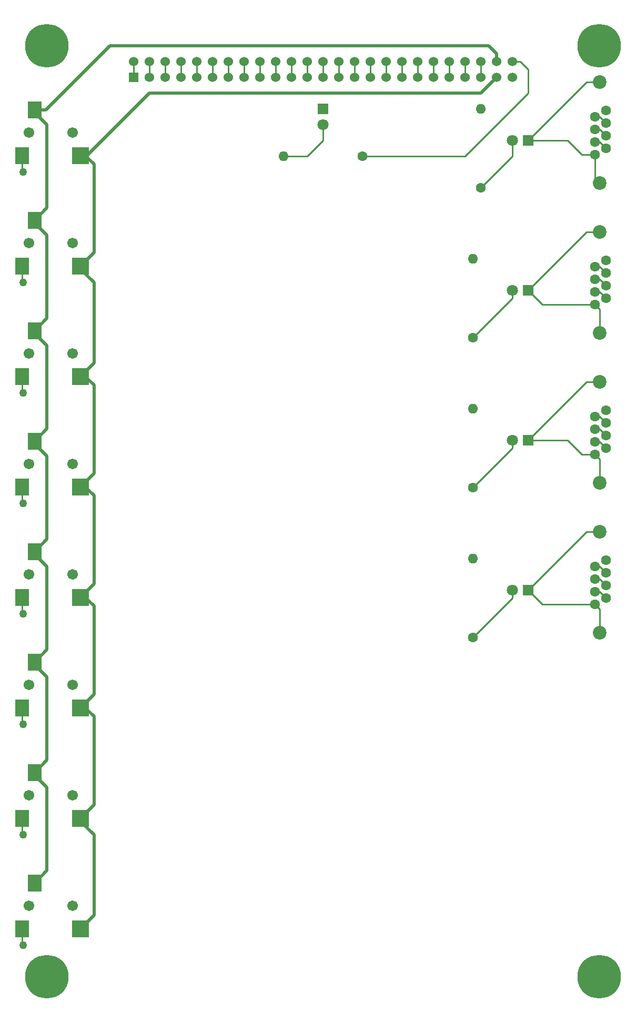
<source format=gtl>
G04 #@! TF.FileFunction,Copper,L1,Top,Mixed*
%FSLAX46Y46*%
G04 Gerber Fmt 4.6, Leading zero omitted, Abs format (unit mm)*
G04 Created by KiCad (PCBNEW 4.0.7) date 06/12/18 17:03:06*
%MOMM*%
%LPD*%
G01*
G04 APERTURE LIST*
%ADD10C,0.150000*%
%ADD11C,2.200000*%
%ADD12C,1.600000*%
%ADD13R,1.524000X1.524000*%
%ADD14C,1.524000*%
%ADD15C,7.000000*%
%ADD16R,2.209800X2.794000*%
%ADD17R,2.794000X2.794000*%
%ADD18C,1.701800*%
%ADD19R,1.800000X1.800000*%
%ADD20C,1.800000*%
%ADD21O,1.600000X1.600000*%
%ADD22C,1.270000*%
%ADD23C,0.254000*%
%ADD24C,0.508000*%
G04 APERTURE END LIST*
D10*
D11*
X120780000Y-126240000D03*
X120780000Y-109980000D03*
D12*
X121800000Y-118610000D03*
X121800000Y-116580000D03*
X120020000Y-119640000D03*
X120020000Y-117610000D03*
X120020000Y-121670000D03*
X121800000Y-120640000D03*
X120020000Y-115580000D03*
X121800000Y-114550000D03*
D11*
X120780000Y-102110000D03*
X120780000Y-85850000D03*
D12*
X121800000Y-94480000D03*
X121800000Y-92450000D03*
X120020000Y-95510000D03*
X120020000Y-93480000D03*
X120020000Y-97540000D03*
X121800000Y-96510000D03*
X120020000Y-91450000D03*
X121800000Y-90420000D03*
D11*
X120780000Y-77980000D03*
X120780000Y-61720000D03*
D12*
X121800000Y-70350000D03*
X121800000Y-68320000D03*
X120020000Y-71380000D03*
X120020000Y-69350000D03*
X120020000Y-73410000D03*
X121800000Y-72380000D03*
X120020000Y-67320000D03*
X121800000Y-66290000D03*
D11*
X120780000Y-53850000D03*
X120780000Y-37590000D03*
D12*
X121800000Y-46220000D03*
X121800000Y-44190000D03*
X120020000Y-47250000D03*
X120020000Y-45220000D03*
X120020000Y-49280000D03*
X121800000Y-48250000D03*
X120020000Y-43190000D03*
X121800000Y-42160000D03*
D13*
X45720000Y-36830000D03*
D14*
X45720000Y-34290000D03*
X48260000Y-36830000D03*
X48260000Y-34290000D03*
X50800000Y-36830000D03*
X50800000Y-34290000D03*
X53340000Y-36830000D03*
X53340000Y-34290000D03*
X55880000Y-36830000D03*
X55880000Y-34290000D03*
X58420000Y-36830000D03*
X58420000Y-34290000D03*
X60960000Y-36830000D03*
X60960000Y-34290000D03*
X63500000Y-36830000D03*
X63500000Y-34290000D03*
X66040000Y-36830000D03*
X66040000Y-34290000D03*
X68580000Y-36830000D03*
X68580000Y-34290000D03*
X71120000Y-36830000D03*
X71120000Y-34290000D03*
X73660000Y-36830000D03*
X73660000Y-34290000D03*
X76200000Y-36830000D03*
X76200000Y-34290000D03*
X78740000Y-36830000D03*
X78740000Y-34290000D03*
X81280000Y-36830000D03*
X81280000Y-34290000D03*
X83820000Y-36830000D03*
X83820000Y-34290000D03*
X86360000Y-36830000D03*
X86360000Y-34290000D03*
X88900000Y-36830000D03*
X88900000Y-34290000D03*
X91440000Y-36830000D03*
X91440000Y-34290000D03*
X93980000Y-36830000D03*
X93980000Y-34290000D03*
X96520000Y-36830000D03*
X96520000Y-34290000D03*
X99060000Y-36830000D03*
X99060000Y-34290000D03*
X101600000Y-36830000D03*
X101600000Y-34290000D03*
X104140000Y-36830000D03*
X104140000Y-34290000D03*
X106680000Y-36830000D03*
X106680000Y-34290000D03*
D15*
X120650000Y-181610000D03*
X31750000Y-181610000D03*
X120650000Y-31750000D03*
X31750000Y-31750000D03*
D16*
X29794200Y-166471600D03*
D17*
X37185600Y-173888400D03*
D16*
X27787600Y-173888400D03*
D18*
X35915600Y-170180000D03*
X28905200Y-170180000D03*
D16*
X29794200Y-148691600D03*
D17*
X37185600Y-156108400D03*
D16*
X27787600Y-156108400D03*
D18*
X35915600Y-152400000D03*
X28905200Y-152400000D03*
D16*
X29794200Y-130911600D03*
D17*
X37185600Y-138328400D03*
D16*
X27787600Y-138328400D03*
D18*
X35915600Y-134620000D03*
X28905200Y-134620000D03*
D16*
X29794200Y-113131600D03*
D17*
X37185600Y-120548400D03*
D16*
X27787600Y-120548400D03*
D18*
X35915600Y-116840000D03*
X28905200Y-116840000D03*
D16*
X29794200Y-95351600D03*
D17*
X37185600Y-102768400D03*
D16*
X27787600Y-102768400D03*
D18*
X35915600Y-99060000D03*
X28905200Y-99060000D03*
D16*
X29794200Y-77571600D03*
D17*
X37185600Y-84988400D03*
D16*
X27787600Y-84988400D03*
D18*
X35915600Y-81280000D03*
X28905200Y-81280000D03*
D16*
X29794200Y-59791600D03*
D17*
X37185600Y-67208400D03*
D16*
X27787600Y-67208400D03*
D18*
X35915600Y-63500000D03*
X28905200Y-63500000D03*
D16*
X29794200Y-42011600D03*
D17*
X37185600Y-49428400D03*
D16*
X27787600Y-49428400D03*
D18*
X35915600Y-45720000D03*
X28905200Y-45720000D03*
D19*
X109220000Y-46990000D03*
D20*
X106680000Y-46990000D03*
D19*
X109220000Y-95250000D03*
D20*
X106680000Y-95250000D03*
D19*
X76200000Y-41910000D03*
D20*
X76200000Y-44450000D03*
D19*
X109220000Y-71120000D03*
D20*
X106680000Y-71120000D03*
D19*
X109220000Y-119380000D03*
D20*
X106680000Y-119380000D03*
D12*
X101600000Y-54610000D03*
D21*
X101600000Y-41910000D03*
D12*
X100330000Y-102870000D03*
D21*
X100330000Y-90170000D03*
D12*
X100330000Y-78740000D03*
D21*
X100330000Y-66040000D03*
D12*
X100330000Y-127000000D03*
D21*
X100330000Y-114300000D03*
D12*
X82550000Y-49530000D03*
D21*
X69850000Y-49530000D03*
D22*
X27940000Y-176530000D03*
X27940000Y-158750000D03*
X27940000Y-140970000D03*
X27940000Y-123190000D03*
X27940000Y-105410000D03*
X27940000Y-87630000D03*
X27940000Y-69850000D03*
X27940000Y-52070000D03*
D23*
X27787600Y-173888400D02*
X27787600Y-176377600D01*
X27787600Y-176377600D02*
X27940000Y-176530000D01*
X27787600Y-156108400D02*
X27787600Y-158597600D01*
X27787600Y-158597600D02*
X27940000Y-158750000D01*
X27787600Y-138328400D02*
X27787600Y-140817600D01*
X27787600Y-140817600D02*
X27940000Y-140970000D01*
X27787600Y-120548400D02*
X27787600Y-123037600D01*
X27787600Y-123037600D02*
X27940000Y-123190000D01*
X27787600Y-102768400D02*
X27787600Y-105257600D01*
X27787600Y-105257600D02*
X27940000Y-105410000D01*
X27787600Y-84988400D02*
X27787600Y-87477600D01*
X27787600Y-87477600D02*
X27940000Y-87630000D01*
X27787600Y-67208400D02*
X27787600Y-69697600D01*
X27787600Y-69697600D02*
X27940000Y-69850000D01*
X27787600Y-49428400D02*
X27787600Y-51917600D01*
X27787600Y-51917600D02*
X27940000Y-52070000D01*
D24*
X29794200Y-148691600D02*
X29794200Y-149174200D01*
X29794200Y-149174200D02*
X31750000Y-151130000D01*
X31750000Y-164515800D02*
X29794200Y-166471600D01*
X31750000Y-151130000D02*
X31750000Y-164515800D01*
X29794200Y-130911600D02*
X29794200Y-131394200D01*
X29794200Y-131394200D02*
X31750000Y-133350000D01*
X31750000Y-146735800D02*
X29794200Y-148691600D01*
X31750000Y-133350000D02*
X31750000Y-146735800D01*
X29794200Y-113131600D02*
X29794200Y-113614200D01*
X29794200Y-113614200D02*
X31750000Y-115570000D01*
X31750000Y-128955800D02*
X29794200Y-130911600D01*
X31750000Y-115570000D02*
X31750000Y-128955800D01*
X29794200Y-95351600D02*
X29794200Y-95834200D01*
X29794200Y-95834200D02*
X31750000Y-97790000D01*
X31750000Y-111175800D02*
X29794200Y-113131600D01*
X31750000Y-97790000D02*
X31750000Y-111175800D01*
X29794200Y-77571600D02*
X29794200Y-78054200D01*
X29794200Y-78054200D02*
X31750000Y-80010000D01*
X31750000Y-93395800D02*
X29794200Y-95351600D01*
X31750000Y-80010000D02*
X31750000Y-93395800D01*
X29794200Y-59791600D02*
X29794200Y-60274200D01*
X29794200Y-60274200D02*
X31750000Y-62230000D01*
X31750000Y-75615800D02*
X29794200Y-77571600D01*
X31750000Y-62230000D02*
X31750000Y-75615800D01*
X29794200Y-42011600D02*
X29794200Y-42494200D01*
X29794200Y-42494200D02*
X31750000Y-44450000D01*
X31750000Y-57835800D02*
X29794200Y-59791600D01*
X31750000Y-44450000D02*
X31750000Y-57835800D01*
X104140000Y-34290000D02*
X104140000Y-33020000D01*
X31648400Y-42011600D02*
X29794200Y-42011600D01*
X41910000Y-31750000D02*
X31648400Y-42011600D01*
X102870000Y-31750000D02*
X41910000Y-31750000D01*
X104140000Y-33020000D02*
X102870000Y-31750000D01*
X37185600Y-156108400D02*
X37185600Y-156565600D01*
X37185600Y-156565600D02*
X39370000Y-158750000D01*
X39370000Y-171704000D02*
X37185600Y-173888400D01*
X39370000Y-158750000D02*
X39370000Y-171704000D01*
X37185600Y-138328400D02*
X37998400Y-138328400D01*
X37998400Y-138328400D02*
X39370000Y-139700000D01*
X39370000Y-153924000D02*
X37185600Y-156108400D01*
X39370000Y-139700000D02*
X39370000Y-153924000D01*
X37185600Y-120548400D02*
X37998400Y-120548400D01*
X37998400Y-120548400D02*
X39370000Y-121920000D01*
X39370000Y-136144000D02*
X37185600Y-138328400D01*
X39370000Y-121920000D02*
X39370000Y-136144000D01*
X37185600Y-102768400D02*
X37998400Y-102768400D01*
X37998400Y-102768400D02*
X39370000Y-104140000D01*
X39370000Y-118364000D02*
X37185600Y-120548400D01*
X39370000Y-104140000D02*
X39370000Y-118364000D01*
X37185600Y-84988400D02*
X37998400Y-84988400D01*
X37998400Y-84988400D02*
X39370000Y-86360000D01*
X39370000Y-100584000D02*
X37185600Y-102768400D01*
X39370000Y-86360000D02*
X39370000Y-100584000D01*
X37185600Y-67208400D02*
X37185600Y-67665600D01*
X37185600Y-67665600D02*
X39370000Y-69850000D01*
X39370000Y-82804000D02*
X37185600Y-84988400D01*
X39370000Y-69850000D02*
X39370000Y-82804000D01*
X37185600Y-49428400D02*
X37998400Y-49428400D01*
X37998400Y-49428400D02*
X39370000Y-50800000D01*
X39370000Y-65024000D02*
X37185600Y-67208400D01*
X39370000Y-50800000D02*
X39370000Y-65024000D01*
X104140000Y-36830000D02*
X101600000Y-39370000D01*
X48260000Y-39370000D02*
X38201600Y-49428400D01*
X62230000Y-39370000D02*
X48260000Y-39370000D01*
X101600000Y-39370000D02*
X62230000Y-39370000D01*
X38201600Y-49428400D02*
X37185600Y-49428400D01*
D23*
X120780000Y-37590000D02*
X118620000Y-37590000D01*
X118620000Y-37590000D02*
X109220000Y-46990000D01*
X120020000Y-49280000D02*
X120020000Y-53090000D01*
X120020000Y-53090000D02*
X120780000Y-53850000D01*
X109220000Y-46990000D02*
X115570000Y-46990000D01*
X117860000Y-49280000D02*
X120020000Y-49280000D01*
X115570000Y-46990000D02*
X117860000Y-49280000D01*
X101600000Y-54610000D02*
X106680000Y-49530000D01*
X106680000Y-49530000D02*
X106680000Y-46990000D01*
X120780000Y-85850000D02*
X118620000Y-85850000D01*
X118620000Y-85850000D02*
X109220000Y-95250000D01*
X109220000Y-95250000D02*
X115570000Y-95250000D01*
X117860000Y-97540000D02*
X120020000Y-97540000D01*
X115570000Y-95250000D02*
X117860000Y-97540000D01*
X120780000Y-102110000D02*
X120780000Y-98300000D01*
X120780000Y-98300000D02*
X120020000Y-97540000D01*
X100330000Y-102870000D02*
X106680000Y-96520000D01*
X106680000Y-96520000D02*
X106680000Y-95250000D01*
X69850000Y-49530000D02*
X73660000Y-49530000D01*
X76200000Y-46990000D02*
X76200000Y-44450000D01*
X73660000Y-49530000D02*
X76200000Y-46990000D01*
X120780000Y-77980000D02*
X120780000Y-74170000D01*
X120780000Y-74170000D02*
X120020000Y-73410000D01*
X120020000Y-73410000D02*
X111510000Y-73410000D01*
X111510000Y-73410000D02*
X109220000Y-71120000D01*
X120780000Y-61720000D02*
X118620000Y-61720000D01*
X118620000Y-61720000D02*
X109220000Y-71120000D01*
X100330000Y-78740000D02*
X106680000Y-72390000D01*
X106680000Y-72390000D02*
X106680000Y-71120000D01*
X120020000Y-121670000D02*
X111510000Y-121670000D01*
X111510000Y-121670000D02*
X109220000Y-119380000D01*
X120780000Y-109980000D02*
X118620000Y-109980000D01*
X118620000Y-109980000D02*
X109220000Y-119380000D01*
X120780000Y-126240000D02*
X120780000Y-122430000D01*
X120780000Y-122430000D02*
X120020000Y-121670000D01*
X100330000Y-127000000D02*
X106680000Y-120650000D01*
X106680000Y-120650000D02*
X106680000Y-119380000D01*
X120020000Y-45220000D02*
X120800000Y-45220000D01*
X120800000Y-45220000D02*
X121800000Y-46220000D01*
X120020000Y-43190000D02*
X120800000Y-43190000D01*
X120800000Y-43190000D02*
X121800000Y-44190000D01*
X120020000Y-47250000D02*
X120800000Y-47250000D01*
X120800000Y-47250000D02*
X121800000Y-48250000D01*
X120020000Y-93480000D02*
X120800000Y-93480000D01*
X120800000Y-93480000D02*
X121800000Y-94480000D01*
X120020000Y-91450000D02*
X120800000Y-91450000D01*
X120800000Y-91450000D02*
X121800000Y-92450000D01*
X120020000Y-95510000D02*
X120800000Y-95510000D01*
X120800000Y-95510000D02*
X121800000Y-96510000D01*
X120020000Y-69350000D02*
X120800000Y-69350000D01*
X120800000Y-69350000D02*
X121800000Y-70350000D01*
X120020000Y-67320000D02*
X120800000Y-67320000D01*
X120800000Y-67320000D02*
X121800000Y-68320000D01*
X120020000Y-71380000D02*
X120800000Y-71380000D01*
X120800000Y-71380000D02*
X121800000Y-72380000D01*
X45720000Y-34290000D02*
X45720000Y-36830000D01*
X48260000Y-34290000D02*
X48260000Y-36830000D01*
X50800000Y-34290000D02*
X50800000Y-36830000D01*
X53340000Y-34290000D02*
X53340000Y-36830000D01*
X55880000Y-34290000D02*
X55880000Y-36830000D01*
X58420000Y-34290000D02*
X58420000Y-36830000D01*
X60960000Y-36830000D02*
X60960000Y-34290000D01*
X63500000Y-34290000D02*
X63500000Y-36830000D01*
X66040000Y-36830000D02*
X66040000Y-34290000D01*
X68580000Y-34290000D02*
X68580000Y-36830000D01*
X71120000Y-36830000D02*
X71120000Y-34290000D01*
X73660000Y-34290000D02*
X73660000Y-36830000D01*
X76200000Y-36830000D02*
X76200000Y-34290000D01*
X78740000Y-34290000D02*
X78740000Y-36830000D01*
X81280000Y-36830000D02*
X81280000Y-34290000D01*
X83820000Y-34290000D02*
X83820000Y-36830000D01*
X86360000Y-34290000D02*
X86360000Y-36830000D01*
X88900000Y-36830000D02*
X88900000Y-34290000D01*
X91440000Y-34290000D02*
X91440000Y-36830000D01*
X93980000Y-36830000D02*
X93980000Y-34290000D01*
X96520000Y-34290000D02*
X96520000Y-36830000D01*
X99060000Y-36830000D02*
X99060000Y-34290000D01*
X101600000Y-34290000D02*
X101600000Y-36830000D01*
X106680000Y-34290000D02*
X107950000Y-34290000D01*
X107950000Y-34290000D02*
X109220000Y-35560000D01*
X109220000Y-35560000D02*
X109220000Y-39370000D01*
X109220000Y-39370000D02*
X99060000Y-49530000D01*
X99060000Y-49530000D02*
X82550000Y-49530000D01*
X120020000Y-117610000D02*
X120800000Y-117610000D01*
X120800000Y-117610000D02*
X121800000Y-118610000D01*
X120020000Y-115580000D02*
X120800000Y-115580000D01*
X120800000Y-115580000D02*
X121800000Y-116580000D01*
X120020000Y-119640000D02*
X120800000Y-119640000D01*
X120800000Y-119640000D02*
X121800000Y-120640000D01*
M02*

</source>
